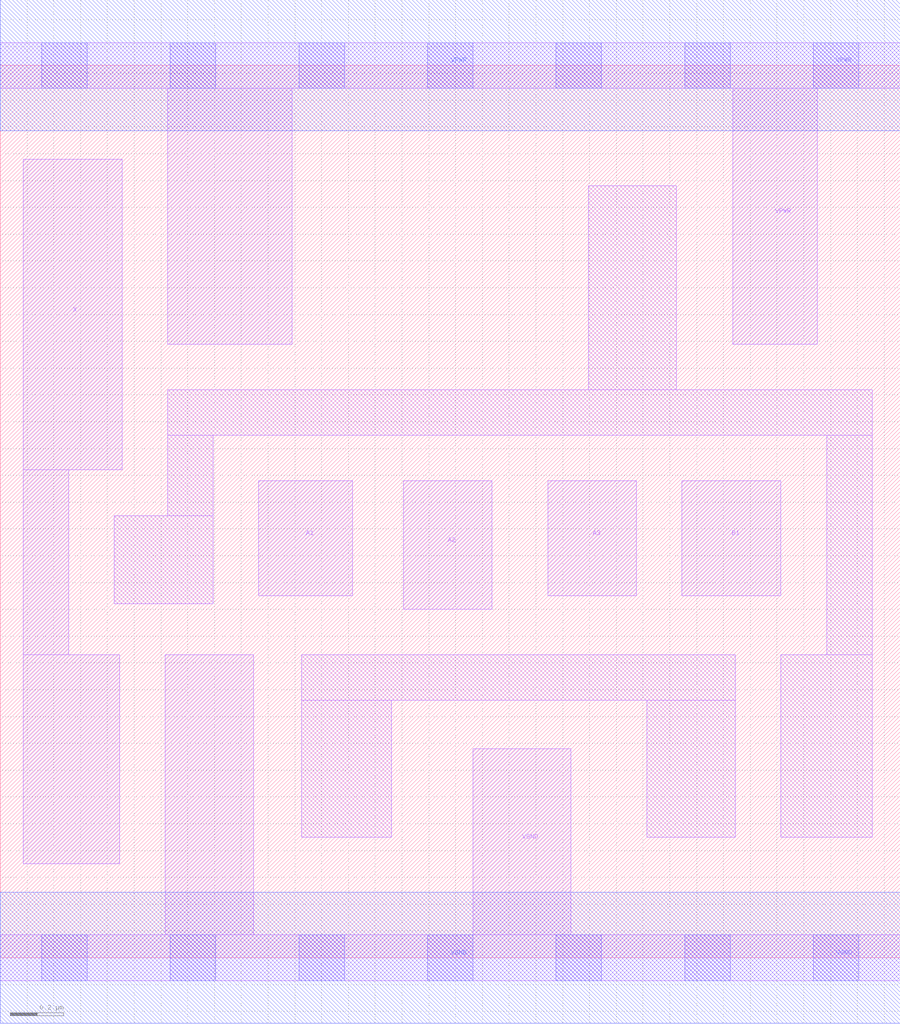
<source format=lef>
# Copyright 2020 The SkyWater PDK Authors
#
# Licensed under the Apache License, Version 2.0 (the "License");
# you may not use this file except in compliance with the License.
# You may obtain a copy of the License at
#
#     https://www.apache.org/licenses/LICENSE-2.0
#
# Unless required by applicable law or agreed to in writing, software
# distributed under the License is distributed on an "AS IS" BASIS,
# WITHOUT WARRANTIES OR CONDITIONS OF ANY KIND, either express or implied.
# See the License for the specific language governing permissions and
# limitations under the License.
#
# SPDX-License-Identifier: Apache-2.0

VERSION 5.7 ;
  NAMESCASESENSITIVE ON ;
  NOWIREEXTENSIONATPIN ON ;
  DIVIDERCHAR "/" ;
  BUSBITCHARS "[]" ;
UNITS
  DATABASE MICRONS 200 ;
END UNITS
MACRO sky130_fd_sc_ms__o31a_1
  CLASS CORE ;
  SOURCE USER ;
  FOREIGN sky130_fd_sc_ms__o31a_1 ;
  ORIGIN  0.000000  0.000000 ;
  SIZE  3.360000 BY  3.330000 ;
  SYMMETRY X Y ;
  SITE unit ;
  PIN A1
    ANTENNAGATEAREA  0.276000 ;
    DIRECTION INPUT ;
    USE SIGNAL ;
    PORT
      LAYER li1 ;
        RECT 0.965000 1.350000 1.315000 1.780000 ;
    END
  END A1
  PIN A2
    ANTENNAGATEAREA  0.276000 ;
    DIRECTION INPUT ;
    USE SIGNAL ;
    PORT
      LAYER li1 ;
        RECT 1.505000 1.300000 1.835000 1.780000 ;
    END
  END A2
  PIN A3
    ANTENNAGATEAREA  0.276000 ;
    DIRECTION INPUT ;
    USE SIGNAL ;
    PORT
      LAYER li1 ;
        RECT 2.045000 1.350000 2.375000 1.780000 ;
    END
  END A3
  PIN B1
    ANTENNAGATEAREA  0.247200 ;
    DIRECTION INPUT ;
    USE SIGNAL ;
    PORT
      LAYER li1 ;
        RECT 2.545000 1.350000 2.915000 1.780000 ;
    END
  END B1
  PIN X
    ANTENNADIFFAREA  0.524500 ;
    DIRECTION OUTPUT ;
    USE SIGNAL ;
    PORT
      LAYER li1 ;
        RECT 0.085000 0.350000 0.445000 1.130000 ;
        RECT 0.085000 1.130000 0.255000 1.820000 ;
        RECT 0.085000 1.820000 0.455000 2.980000 ;
    END
  END X
  PIN VGND
    DIRECTION INOUT ;
    USE GROUND ;
    PORT
      LAYER li1 ;
        RECT 0.000000 -0.085000 3.360000 0.085000 ;
        RECT 0.615000  0.085000 0.945000 1.130000 ;
        RECT 1.765000  0.085000 2.130000 0.780000 ;
      LAYER mcon ;
        RECT 0.155000 -0.085000 0.325000 0.085000 ;
        RECT 0.635000 -0.085000 0.805000 0.085000 ;
        RECT 1.115000 -0.085000 1.285000 0.085000 ;
        RECT 1.595000 -0.085000 1.765000 0.085000 ;
        RECT 2.075000 -0.085000 2.245000 0.085000 ;
        RECT 2.555000 -0.085000 2.725000 0.085000 ;
        RECT 3.035000 -0.085000 3.205000 0.085000 ;
      LAYER met1 ;
        RECT 0.000000 -0.245000 3.360000 0.245000 ;
    END
  END VGND
  PIN VPWR
    DIRECTION INOUT ;
    USE POWER ;
    PORT
      LAYER li1 ;
        RECT 0.000000 3.245000 3.360000 3.415000 ;
        RECT 0.625000 2.290000 1.090000 3.245000 ;
        RECT 2.735000 2.290000 3.050000 3.245000 ;
      LAYER mcon ;
        RECT 0.155000 3.245000 0.325000 3.415000 ;
        RECT 0.635000 3.245000 0.805000 3.415000 ;
        RECT 1.115000 3.245000 1.285000 3.415000 ;
        RECT 1.595000 3.245000 1.765000 3.415000 ;
        RECT 2.075000 3.245000 2.245000 3.415000 ;
        RECT 2.555000 3.245000 2.725000 3.415000 ;
        RECT 3.035000 3.245000 3.205000 3.415000 ;
      LAYER met1 ;
        RECT 0.000000 3.085000 3.360000 3.575000 ;
    END
  END VPWR
  OBS
    LAYER li1 ;
      RECT 0.425000 1.320000 0.795000 1.650000 ;
      RECT 0.625000 1.650000 0.795000 1.950000 ;
      RECT 0.625000 1.950000 3.255000 2.120000 ;
      RECT 1.125000 0.450000 1.460000 0.960000 ;
      RECT 1.125000 0.960000 2.745000 1.130000 ;
      RECT 2.195000 2.120000 2.525000 2.880000 ;
      RECT 2.415000 0.450000 2.745000 0.960000 ;
      RECT 2.915000 0.450000 3.255000 1.130000 ;
      RECT 3.085000 1.130000 3.255000 1.950000 ;
  END
END sky130_fd_sc_ms__o31a_1

</source>
